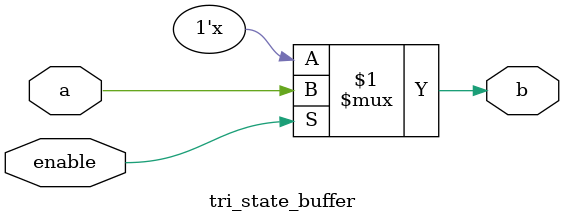
<source format=v>

module spiMemory
(
    input           clk,        // FPGA clock
    input           sclk_pin,   // SPI clock
    input           cs_pin,     // SPI chip select
    output          miso_pin,   // SPI master in slave out
    input           mosi_pin,   // SPI master out slave in
    output [3:0]    leds        // LEDs for debugging
);

    wire mosi_conditioned, sclk_posedge, sclk_negedge, cs_conditioned;
    wire mosi_posedge, mosi_negedge, sclk_conditioned, cs_posedge, cs_negedge; // Unused registers
    inputconditioner conditioner0(clk, mosi_pin, mosi_conditioned, mosi_posedge, mosi_negedge);
    inputconditioner conditioner1(clk, sclk_pin, sclk_conditioned, sclk_posedge, sclk_negedge);
    inputconditioner conditioner2(clk, cs_pin, cs_conditioned, cs_posedge, cs_negedge);

    wire miso_buff, dm_we, addr_we, sr_we;
    wire[7:0] shiftRegOutP;
    fsm fsm0(clk, shiftRegOutP[0], cs_conditioned, sclk_posedge, miso_buff, dm_we, addr_we, sr_we);

    wire[7:0] dataMemOut;
    reg[6:0] address;
    wire shiftRegOutS;
    reg shiftRegOutS_DFF;
    datamemory datamemory0(clk, dataMemOut, address, dm_we, shiftRegOutP);
    shiftregister #(8) shiftregister0(clk, sclk_posedge, sr_we, dataMemOut, mosi_conditioned, shiftRegOutP, shiftRegOutS);

    always @(posedge clk) begin
        // Reset address if CS is high
        if (cs_pin) begin
            address <= 0;
        end
        else begin
            // Address latch
            if (addr_we) begin
                address <= shiftRegOutP[7:1];
            end
        end

        shiftRegOutS_DFF <= shiftRegOutS;
    end

    tri_state_buffer tribuf(shiftRegOutS_DFF, miso_buff, miso_pin);

endmodule


module tri_state_buffer
(
    input a,
    input enable,
    output b
);

    assign b = (enable) ? a : 1'bz;
endmodule

</source>
